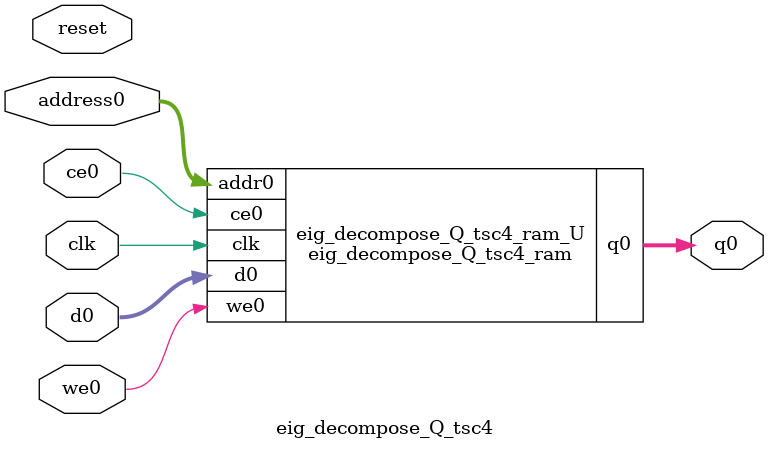
<source format=v>
`timescale 1 ns / 1 ps
module eig_decompose_Q_tsc4_ram (addr0, ce0, d0, we0, q0,  clk);

parameter DWIDTH = 32;
parameter AWIDTH = 4;
parameter MEM_SIZE = 16;

input[AWIDTH-1:0] addr0;
input ce0;
input[DWIDTH-1:0] d0;
input we0;
output reg[DWIDTH-1:0] q0;
input clk;

(* ram_style = "distributed" *)reg [DWIDTH-1:0] ram[0:MEM_SIZE-1];




always @(posedge clk)  
begin 
    if (ce0) 
    begin
        if (we0) 
        begin 
            ram[addr0] <= d0; 
        end 
        q0 <= ram[addr0];
    end
end


endmodule

`timescale 1 ns / 1 ps
module eig_decompose_Q_tsc4(
    reset,
    clk,
    address0,
    ce0,
    we0,
    d0,
    q0);

parameter DataWidth = 32'd32;
parameter AddressRange = 32'd16;
parameter AddressWidth = 32'd4;
input reset;
input clk;
input[AddressWidth - 1:0] address0;
input ce0;
input we0;
input[DataWidth - 1:0] d0;
output[DataWidth - 1:0] q0;



eig_decompose_Q_tsc4_ram eig_decompose_Q_tsc4_ram_U(
    .clk( clk ),
    .addr0( address0 ),
    .ce0( ce0 ),
    .we0( we0 ),
    .d0( d0 ),
    .q0( q0 ));

endmodule


</source>
